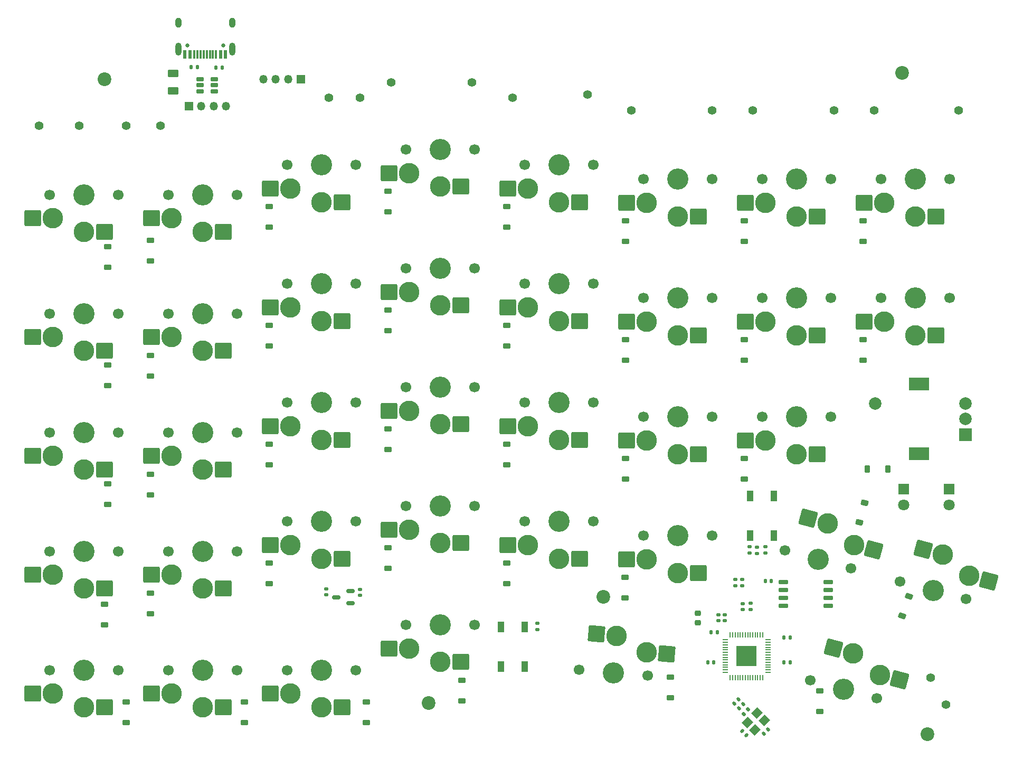
<source format=gbr>
%TF.GenerationSoftware,KiCad,Pcbnew,8.0.1-rc1*%
%TF.CreationDate,2024-04-23T13:15:56-05:00*%
%TF.ProjectId,ergomax_left,6572676f-6d61-4785-9f6c-6566742e6b69,rev?*%
%TF.SameCoordinates,Original*%
%TF.FileFunction,Soldermask,Bot*%
%TF.FilePolarity,Negative*%
%FSLAX46Y46*%
G04 Gerber Fmt 4.6, Leading zero omitted, Abs format (unit mm)*
G04 Created by KiCad (PCBNEW 8.0.1-rc1) date 2024-04-23 13:15:56*
%MOMM*%
%LPD*%
G01*
G04 APERTURE LIST*
G04 Aperture macros list*
%AMRoundRect*
0 Rectangle with rounded corners*
0 $1 Rounding radius*
0 $2 $3 $4 $5 $6 $7 $8 $9 X,Y pos of 4 corners*
0 Add a 4 corners polygon primitive as box body*
4,1,4,$2,$3,$4,$5,$6,$7,$8,$9,$2,$3,0*
0 Add four circle primitives for the rounded corners*
1,1,$1+$1,$2,$3*
1,1,$1+$1,$4,$5*
1,1,$1+$1,$6,$7*
1,1,$1+$1,$8,$9*
0 Add four rect primitives between the rounded corners*
20,1,$1+$1,$2,$3,$4,$5,0*
20,1,$1+$1,$4,$5,$6,$7,0*
20,1,$1+$1,$6,$7,$8,$9,0*
20,1,$1+$1,$8,$9,$2,$3,0*%
%AMRotRect*
0 Rectangle, with rotation*
0 The origin of the aperture is its center*
0 $1 length*
0 $2 width*
0 $3 Rotation angle, in degrees counterclockwise*
0 Add horizontal line*
21,1,$1,$2,0,0,$3*%
G04 Aperture macros list end*
%ADD10C,1.400000*%
%ADD11C,2.200000*%
%ADD12C,2.000000*%
%ADD13R,2.000000X2.000000*%
%ADD14R,3.200000X2.000000*%
%ADD15R,1.350000X1.350000*%
%ADD16O,1.350000X1.350000*%
%ADD17R,1.800000X1.800000*%
%ADD18C,1.800000*%
%ADD19C,1.700000*%
%ADD20C,3.400000*%
%ADD21RoundRect,0.260000X1.065000X1.040000X-1.065000X1.040000X-1.065000X-1.040000X1.065000X-1.040000X0*%
%ADD22C,3.300000*%
%ADD23RoundRect,0.135000X-0.185000X0.135000X-0.185000X-0.135000X0.185000X-0.135000X0.185000X0.135000X0*%
%ADD24RoundRect,0.225000X0.375000X-0.225000X0.375000X0.225000X-0.375000X0.225000X-0.375000X-0.225000X0*%
%ADD25C,0.650000*%
%ADD26R,0.600000X1.450000*%
%ADD27R,0.300000X1.450000*%
%ADD28O,1.000000X2.100000*%
%ADD29O,1.000000X1.600000*%
%ADD30RoundRect,0.135000X0.135000X0.185000X-0.135000X0.185000X-0.135000X-0.185000X0.135000X-0.185000X0*%
%ADD31RoundRect,0.050000X0.387500X0.050000X-0.387500X0.050000X-0.387500X-0.050000X0.387500X-0.050000X0*%
%ADD32RoundRect,0.050000X0.050000X0.387500X-0.050000X0.387500X-0.050000X-0.387500X0.050000X-0.387500X0*%
%ADD33R,3.200000X3.200000*%
%ADD34RoundRect,0.260000X-1.297883X-0.728921X0.759539X-1.280205X1.297883X0.728921X-0.759539X1.280205X0*%
%ADD35RoundRect,0.140000X-0.170000X0.140000X-0.170000X-0.140000X0.170000X-0.140000X0.170000X0.140000X0*%
%ADD36R,1.000000X1.700000*%
%ADD37RoundRect,0.260000X-1.151589X-0.943222X0.970305X-1.128863X1.151589X0.943222X-0.970305X1.128863X0*%
%ADD38RoundRect,0.135000X-0.135000X-0.185000X0.135000X-0.185000X0.135000X0.185000X-0.135000X0.185000X0*%
%ADD39RoundRect,0.140000X0.170000X-0.140000X0.170000X0.140000X-0.170000X0.140000X-0.170000X-0.140000X0*%
%ADD40RoundRect,0.140000X0.140000X0.170000X-0.140000X0.170000X-0.140000X-0.170000X0.140000X-0.170000X0*%
%ADD41RoundRect,0.140000X0.021213X-0.219203X0.219203X-0.021213X-0.021213X0.219203X-0.219203X0.021213X0*%
%ADD42RoundRect,0.250000X-0.625000X0.375000X-0.625000X-0.375000X0.625000X-0.375000X0.625000X0.375000X0*%
%ADD43RoundRect,0.135000X0.185000X-0.135000X0.185000X0.135000X-0.185000X0.135000X-0.185000X-0.135000X0*%
%ADD44RoundRect,0.140000X0.219203X0.021213X0.021213X0.219203X-0.219203X-0.021213X-0.021213X-0.219203X0*%
%ADD45RoundRect,0.225000X-0.225000X-0.375000X0.225000X-0.375000X0.225000X0.375000X-0.225000X0.375000X0*%
%ADD46RoundRect,0.135000X0.035355X-0.226274X0.226274X-0.035355X-0.035355X0.226274X-0.226274X0.035355X0*%
%ADD47RoundRect,0.140000X-0.021213X0.219203X-0.219203X0.021213X0.021213X-0.219203X0.219203X-0.021213X0*%
%ADD48RoundRect,0.150000X0.475000X0.150000X-0.475000X0.150000X-0.475000X-0.150000X0.475000X-0.150000X0*%
%ADD49RoundRect,0.225000X-0.303988X0.314390X-0.420456X-0.120276X0.303988X-0.314390X0.420456X0.120276X0*%
%ADD50RoundRect,0.150000X0.512500X0.150000X-0.512500X0.150000X-0.512500X-0.150000X0.512500X-0.150000X0*%
%ADD51RoundRect,0.225000X0.250000X-0.225000X0.250000X0.225000X-0.250000X0.225000X-0.250000X-0.225000X0*%
%ADD52RotRect,1.400000X1.200000X45.000000*%
%ADD53RoundRect,0.140000X-0.140000X-0.170000X0.140000X-0.170000X0.140000X0.170000X-0.140000X0.170000X0*%
%ADD54RoundRect,0.150000X0.650000X0.150000X-0.650000X0.150000X-0.650000X-0.150000X0.650000X-0.150000X0*%
%ADD55RoundRect,0.225000X0.275430X-0.339688X0.429339X0.083173X-0.275430X0.339688X-0.429339X-0.083173X0*%
G04 APERTURE END LIST*
D10*
%TO.C,XC4*%
X99500000Y-35500000D03*
%TD*%
%TO.C,XC8*%
X177000000Y-40000000D03*
%TD*%
D11*
%TO.C,REF\u002A\u002A*%
X105500000Y-135000000D03*
%TD*%
D10*
%TO.C,XR8*%
X190500000Y-40000000D03*
%TD*%
%TO.C,XC9*%
X188500000Y-135250000D03*
%TD*%
%TO.C,XR2*%
X62500000Y-42500000D03*
%TD*%
%TO.C,XC3*%
X89500000Y-38000000D03*
%TD*%
%TO.C,XC5*%
X119000000Y-38000000D03*
%TD*%
%TO.C,XR4*%
X112500000Y-35500000D03*
%TD*%
%TO.C,XR3*%
X94500000Y-38000000D03*
%TD*%
%TO.C,XR7*%
X170500000Y-40000000D03*
%TD*%
D11*
%TO.C,REF\u002A\u002A*%
X181500000Y-34000000D03*
%TD*%
%TO.C,REF\u002A\u002A*%
X185500000Y-140000000D03*
%TD*%
D10*
%TO.C,XC1*%
X43000000Y-42446388D03*
%TD*%
%TO.C,XC2*%
X57000000Y-42500000D03*
%TD*%
%TO.C,XC7*%
X157500000Y-40000000D03*
%TD*%
D12*
%TO.C,RE1*%
X191649997Y-87000011D03*
D13*
X191649997Y-92000014D03*
D12*
X191649997Y-89500018D03*
D14*
X184149997Y-95100014D03*
X184149995Y-83900009D03*
D12*
X177149994Y-87000018D03*
%TD*%
D15*
%TO.C,J2*%
X67043765Y-39318552D03*
D16*
X69043765Y-39318552D03*
X71043765Y-39318552D03*
X73043765Y-39318552D03*
%TD*%
D11*
%TO.C,REF\u002A\u002A*%
X53500000Y-35000000D03*
%TD*%
D10*
%TO.C,XC6*%
X138000000Y-40000000D03*
%TD*%
D11*
%TO.C,REF\u002A\u002A*%
X133500000Y-118000000D03*
%TD*%
D10*
%TO.C,XR5*%
X131000000Y-37500000D03*
%TD*%
%TO.C,XR1*%
X49500000Y-42500000D03*
%TD*%
%TO.C,XR6*%
X151000000Y-40000000D03*
%TD*%
D17*
%TO.C,LED2*%
X189000003Y-100724996D03*
D18*
X189000003Y-103264997D03*
%TD*%
D10*
%TO.C,XR9*%
X186000000Y-131000000D03*
%TD*%
D17*
%TO.C,LED1*%
X181750002Y-100724999D03*
D18*
X181750001Y-103264997D03*
%TD*%
D19*
%TO.C,SW14*%
X189095000Y-70123500D03*
D20*
X183595000Y-70123500D03*
D19*
X178095000Y-70123500D03*
D21*
X186840000Y-76073500D03*
D22*
X183595000Y-76073500D03*
X178595000Y-73873500D03*
D21*
X175350000Y-73873500D03*
%TD*%
D23*
%TO.C,R4*%
X157000000Y-109990000D03*
X157000000Y-111010000D03*
%TD*%
D19*
%TO.C,SW15*%
X55745000Y-72600000D03*
D20*
X50245000Y-72600000D03*
D19*
X44745000Y-72600000D03*
D22*
X45245000Y-76350000D03*
D21*
X42000000Y-76350000D03*
X53490000Y-78550000D03*
D22*
X50245000Y-78550000D03*
%TD*%
D24*
%TO.C,D20*%
X137100003Y-99162500D03*
X137100003Y-95862500D03*
%TD*%
D19*
%TO.C,SW29*%
X74795000Y-110700000D03*
D20*
X69295000Y-110700000D03*
D19*
X63795000Y-110700000D03*
D21*
X72540000Y-116650000D03*
D22*
X69295000Y-116650000D03*
X64295000Y-114450000D03*
D21*
X61050000Y-114450000D03*
%TD*%
D19*
%TO.C,SW33*%
X55745000Y-129750000D03*
D20*
X50245000Y-129750000D03*
D19*
X44745000Y-129750000D03*
D21*
X53490000Y-135700000D03*
D22*
X50245000Y-135700000D03*
X45245000Y-133500000D03*
D21*
X42000000Y-133500000D03*
%TD*%
D25*
%TO.C,J1*%
X66790002Y-29649998D03*
X72570000Y-29649995D03*
D26*
X66429999Y-31095000D03*
X67230000Y-31094998D03*
D27*
X68430002Y-31094996D03*
X69430002Y-31094997D03*
X69930001Y-31094999D03*
X70930001Y-31094995D03*
D26*
X72130000Y-31094998D03*
X72930002Y-31094998D03*
X72930002Y-31094998D03*
X72130000Y-31094998D03*
D27*
X71429998Y-31094998D03*
X70430003Y-31094996D03*
X68930000Y-31094998D03*
X67929999Y-31094999D03*
D26*
X67230000Y-31094998D03*
X66429999Y-31095000D03*
D28*
X65359999Y-30179999D03*
D29*
X65360000Y-25999998D03*
D28*
X74000000Y-30179998D03*
D29*
X74000002Y-25999998D03*
%TD*%
D19*
%TO.C,SW10*%
X93845000Y-67837499D03*
D20*
X88345000Y-67837499D03*
D19*
X82845000Y-67837499D03*
D21*
X91590000Y-73787499D03*
D22*
X88345000Y-73787499D03*
X83345000Y-71587499D03*
D21*
X80100000Y-71587499D03*
%TD*%
D19*
%TO.C,SW27*%
X150995000Y-108223500D03*
D20*
X145495000Y-108223500D03*
D19*
X139995000Y-108223500D03*
D21*
X148740000Y-114173500D03*
D22*
X145495000Y-114173500D03*
X140495000Y-111973500D03*
D21*
X137250000Y-111973500D03*
%TD*%
D24*
%TO.C,D12*%
X137100003Y-80112500D03*
X137100003Y-76812500D03*
%TD*%
%TO.C,D15*%
X54000000Y-84150000D03*
X54000000Y-80850000D03*
%TD*%
D30*
%TO.C,R1*%
X68435685Y-33114561D03*
X67415685Y-33114561D03*
%TD*%
D19*
%TO.C,SW8*%
X74795000Y-53549999D03*
D20*
X69295000Y-53549999D03*
D19*
X63795000Y-53549999D03*
D21*
X72540000Y-59499999D03*
D22*
X69295000Y-59499999D03*
X64295000Y-57299999D03*
D21*
X61050000Y-57299999D03*
%TD*%
D19*
%TO.C,SW2*%
X93845000Y-48787499D03*
D20*
X88345000Y-48787499D03*
D19*
X82845000Y-48787499D03*
D21*
X91590000Y-54737499D03*
D22*
X88345000Y-54737499D03*
X83345000Y-52537499D03*
D21*
X80100000Y-52537499D03*
%TD*%
D19*
%TO.C,SW35*%
X93845000Y-129750000D03*
D20*
X88345000Y-129750000D03*
D19*
X82845000Y-129750000D03*
D21*
X91590000Y-135700000D03*
D22*
X88345000Y-135700000D03*
X83345000Y-133500000D03*
D21*
X80100000Y-133500000D03*
%TD*%
D31*
%TO.C,U3*%
X159937500Y-124900000D03*
X159937500Y-125300000D03*
X159937500Y-125700000D03*
X159937500Y-126100000D03*
X159937500Y-126500000D03*
X159937500Y-126900000D03*
X159937500Y-127300000D03*
X159937500Y-127700000D03*
X159937500Y-128100000D03*
X159937500Y-128500000D03*
X159937500Y-128900000D03*
X159937500Y-129300000D03*
X159937500Y-129700000D03*
X159937500Y-130100000D03*
D32*
X159100000Y-130937500D03*
X158700000Y-130937500D03*
X158300000Y-130937500D03*
X157900000Y-130937500D03*
X157500000Y-130937500D03*
X157100000Y-130937500D03*
X156700000Y-130937500D03*
X156300000Y-130937500D03*
X155900000Y-130937500D03*
X155500000Y-130937500D03*
X155100000Y-130937500D03*
X154700000Y-130937500D03*
X154300000Y-130937500D03*
X153900000Y-130937500D03*
D31*
X153062500Y-130100000D03*
X153062500Y-129700000D03*
X153062500Y-129300000D03*
X153062500Y-128900000D03*
X153062500Y-128500000D03*
X153062500Y-128100000D03*
X153062500Y-127700000D03*
X153062500Y-127300000D03*
X153062500Y-126900000D03*
X153062500Y-126500000D03*
X153062500Y-126100000D03*
X153062500Y-125700000D03*
X153062500Y-125300000D03*
X153062500Y-124900000D03*
D32*
X153900000Y-124062500D03*
X154300000Y-124062500D03*
X154700000Y-124062500D03*
X155100000Y-124062500D03*
X155500000Y-124062500D03*
X155900000Y-124062500D03*
X156300000Y-124062500D03*
X156700000Y-124062500D03*
X157100000Y-124062500D03*
X157500000Y-124062500D03*
X157900000Y-124062500D03*
X158300000Y-124062500D03*
X158700000Y-124062500D03*
X159100000Y-124062500D03*
D33*
X156500000Y-127500000D03*
%TD*%
D24*
%TO.C,D21*%
X156150003Y-99162500D03*
X156150003Y-95862500D03*
%TD*%
%TO.C,D29*%
X60900003Y-120689000D03*
X60900003Y-117389000D03*
%TD*%
%TO.C,D24*%
X99000003Y-113450000D03*
X99000003Y-110150000D03*
%TD*%
D19*
%TO.C,SW31*%
X181124374Y-115534220D03*
D20*
X186436966Y-116957725D03*
D19*
X191749558Y-118381230D03*
D34*
X184842510Y-110370599D03*
D22*
X187976939Y-111210466D03*
X192237167Y-114629598D03*
D34*
X195371596Y-115469466D03*
%TD*%
D19*
%TO.C,SW11*%
X131945000Y-67837499D03*
D20*
X126445000Y-67837499D03*
D19*
X120945000Y-67837499D03*
D21*
X129690000Y-73787499D03*
D22*
X126445000Y-73787499D03*
X121445000Y-71587499D03*
D21*
X118200000Y-71587499D03*
%TD*%
D19*
%TO.C,SW5*%
X170045000Y-51073500D03*
D20*
X164545000Y-51073500D03*
D19*
X159045000Y-51073500D03*
D21*
X167790000Y-57023500D03*
D22*
X164545000Y-57023500D03*
X159545000Y-54823500D03*
D21*
X156300000Y-54823500D03*
%TD*%
D24*
%TO.C,D34*%
X75999999Y-138150000D03*
X76000001Y-134850000D03*
%TD*%
D19*
%TO.C,SW6*%
X189095000Y-51073500D03*
D20*
X183595000Y-51073500D03*
D19*
X178095000Y-51073500D03*
D21*
X186840000Y-57023500D03*
D22*
X183595000Y-57023500D03*
X178595000Y-54823500D03*
D21*
X175350000Y-54823500D03*
%TD*%
D24*
%TO.C,D16*%
X60900003Y-82589000D03*
X60900003Y-79289000D03*
%TD*%
D19*
%TO.C,SW16*%
X74795000Y-72600000D03*
D20*
X69295000Y-72600000D03*
D19*
X63795000Y-72600000D03*
D21*
X72540000Y-78550000D03*
D22*
X69295000Y-78550000D03*
X64295000Y-76350000D03*
D21*
X61050000Y-76350000D03*
%TD*%
D35*
%TO.C,C15*%
X157204713Y-119045815D03*
X157204711Y-120005813D03*
%TD*%
D36*
%TO.C,BOOT1*%
X157099993Y-101849995D03*
X157100004Y-108149995D03*
X160899996Y-101850005D03*
X160900007Y-108150005D03*
%TD*%
D24*
%TO.C,D27*%
X136999999Y-118212505D03*
X137000001Y-114912495D03*
%TD*%
D19*
%TO.C,SW36*%
X129658279Y-129678755D03*
D20*
X135137350Y-130158112D03*
D19*
X140616421Y-130637469D03*
D22*
X140445167Y-126858159D03*
D37*
X143677818Y-127140986D03*
X132423284Y-123947932D03*
D22*
X135655927Y-124230751D03*
%TD*%
D19*
%TO.C,SW28*%
X55745000Y-110700000D03*
D20*
X50245000Y-110700000D03*
D19*
X44745000Y-110700000D03*
D22*
X45245000Y-114450000D03*
D21*
X42000000Y-114450000D03*
X53490000Y-116650000D03*
D22*
X50245000Y-116650000D03*
%TD*%
D19*
%TO.C,SW21*%
X170045000Y-89173500D03*
D20*
X164545000Y-89173500D03*
D19*
X159045000Y-89173500D03*
D21*
X167790000Y-95123500D03*
D22*
X164545000Y-95123500D03*
X159545000Y-92923500D03*
D21*
X156300000Y-92923500D03*
%TD*%
D24*
%TO.C,D17*%
X99000003Y-94400000D03*
X99000003Y-91100000D03*
%TD*%
D19*
%TO.C,SW34*%
X74795000Y-129750000D03*
D20*
X69295000Y-129750000D03*
D19*
X63795000Y-129750000D03*
D21*
X72540000Y-135700000D03*
D22*
X69295000Y-135700000D03*
X64295000Y-133500000D03*
D21*
X61050000Y-133500000D03*
%TD*%
D19*
%TO.C,SW38*%
X166752776Y-131404620D03*
D20*
X172065368Y-132828125D03*
D19*
X177377960Y-134251630D03*
D34*
X170470912Y-126240999D03*
D22*
X173605341Y-127080866D03*
X177865569Y-130499998D03*
D34*
X180999998Y-131339866D03*
%TD*%
D24*
%TO.C,D23*%
X60900003Y-101639000D03*
X60900003Y-98339000D03*
%TD*%
D19*
%TO.C,SW22*%
X55745000Y-91650000D03*
D20*
X50245000Y-91650000D03*
D19*
X44745000Y-91650000D03*
D22*
X45245000Y-95400000D03*
D21*
X42000000Y-95400000D03*
X53490000Y-97600000D03*
D22*
X50245000Y-97600000D03*
%TD*%
D38*
%TO.C,R2*%
X71429659Y-33144076D03*
X72449659Y-33144076D03*
%TD*%
D19*
%TO.C,SW3*%
X131945000Y-48787499D03*
D20*
X126445000Y-48787499D03*
D19*
X120945000Y-48787499D03*
D21*
X129690000Y-54737499D03*
D22*
X126445000Y-54737499D03*
X121445000Y-52537499D03*
D21*
X118200000Y-52537499D03*
%TD*%
D39*
%TO.C,C11*%
X151999998Y-121856772D03*
X152000002Y-120896774D03*
%TD*%
D40*
%TO.C,C6*%
X151800000Y-123700000D03*
X150840000Y-123700000D03*
%TD*%
D24*
%TO.C,D26*%
X118050003Y-115926500D03*
X118050003Y-112626500D03*
%TD*%
D19*
%TO.C,SW1*%
X112895000Y-46311000D03*
D20*
X107395000Y-46311000D03*
D19*
X101895000Y-46311000D03*
D21*
X110640000Y-52261000D03*
D22*
X107395000Y-52261000D03*
X102395000Y-50061000D03*
D21*
X99150000Y-50061000D03*
%TD*%
D19*
%TO.C,SW30*%
X162647435Y-110576495D03*
D20*
X167960027Y-112000000D03*
D19*
X173272619Y-113423505D03*
D34*
X166365571Y-105412874D03*
D22*
X169500000Y-106252741D03*
X173760228Y-109671873D03*
D34*
X176894657Y-110511741D03*
%TD*%
D19*
%TO.C,SW23*%
X74795000Y-91650000D03*
D20*
X69295000Y-91650000D03*
D19*
X63795000Y-91650000D03*
D21*
X72540000Y-97600000D03*
D22*
X69295000Y-97600000D03*
X64295000Y-95400000D03*
D21*
X61050000Y-95400000D03*
%TD*%
D39*
%TO.C,C2*%
X94507448Y-117754044D03*
X94507452Y-116794046D03*
%TD*%
D19*
%TO.C,SW26*%
X131945000Y-105937500D03*
D20*
X126445000Y-105937500D03*
D19*
X120945000Y-105937500D03*
D21*
X129690000Y-111887500D03*
D22*
X126445000Y-111887500D03*
X121445000Y-109687500D03*
D21*
X118200000Y-109687500D03*
%TD*%
D24*
%TO.C,D2*%
X79950003Y-58776499D03*
X79950003Y-55476499D03*
%TD*%
D23*
%TO.C,R9*%
X154750000Y-115249108D03*
X154750000Y-116269108D03*
%TD*%
D41*
%TO.C,C3*%
X159260460Y-139954563D03*
X159939288Y-139275737D03*
%TD*%
D24*
%TO.C,D22*%
X54000000Y-103150000D03*
X54000000Y-99850000D03*
%TD*%
D23*
%TO.C,R8*%
X155814639Y-115249108D03*
X155814639Y-116269108D03*
%TD*%
D24*
%TO.C,D7*%
X54000000Y-65150000D03*
X54000000Y-61850000D03*
%TD*%
D23*
%TO.C,R6*%
X159500000Y-109990000D03*
X159500000Y-111010000D03*
%TD*%
D24*
%TO.C,D6*%
X175200003Y-61062500D03*
X175200003Y-57762500D03*
%TD*%
D42*
%TO.C,F1*%
X64500000Y-34100000D03*
X64500000Y-36900000D03*
%TD*%
D43*
%TO.C,R3*%
X123000000Y-123260000D03*
X123000000Y-122240000D03*
%TD*%
D24*
%TO.C,D1*%
X99000006Y-56300000D03*
X99000000Y-53000000D03*
%TD*%
D39*
%TO.C,C12*%
X155904660Y-120026598D03*
X155904664Y-119066600D03*
%TD*%
D24*
%TO.C,D14*%
X175200006Y-80112502D03*
X175200000Y-76812498D03*
%TD*%
D44*
%TO.C,C4*%
X156456357Y-140229537D03*
X155777527Y-139550699D03*
%TD*%
D24*
%TO.C,D38*%
X168249998Y-136400003D03*
X168250002Y-133099997D03*
%TD*%
D19*
%TO.C,SW32*%
X112895000Y-122511000D03*
D20*
X107395000Y-122511000D03*
D19*
X101895000Y-122511000D03*
D21*
X110640000Y-128461000D03*
D22*
X107395000Y-128461000D03*
X102395000Y-126261000D03*
D21*
X99150000Y-126261000D03*
%TD*%
D45*
%TO.C,D37*%
X175850000Y-97499998D03*
X179150000Y-97500002D03*
%TD*%
D24*
%TO.C,D35*%
X95499996Y-138150002D03*
X95500004Y-134849998D03*
%TD*%
%TO.C,D9*%
X99000003Y-75350000D03*
X99000003Y-72050000D03*
%TD*%
D40*
%TO.C,C7*%
X151230000Y-128498855D03*
X150270000Y-128498855D03*
%TD*%
D46*
%TO.C,R7*%
X156051773Y-136784244D03*
X156773025Y-136062996D03*
%TD*%
D47*
%TO.C,C10*%
X155960365Y-135160590D03*
X155281543Y-135839410D03*
%TD*%
D48*
%TO.C,U2*%
X71174999Y-35050001D03*
X71175000Y-36000000D03*
X71175001Y-36949999D03*
X68825001Y-36949999D03*
X68825000Y-36000000D03*
X68824999Y-35050001D03*
%TD*%
D49*
%TO.C,D30*%
X175427049Y-102906222D03*
X174572951Y-106093778D03*
%TD*%
D50*
%TO.C,U1*%
X93000000Y-117100000D03*
X93000000Y-119000000D03*
X90725000Y-118050000D03*
%TD*%
D24*
%TO.C,D32*%
X110838615Y-134642999D03*
X110838623Y-131342995D03*
%TD*%
%TO.C,D5*%
X156150003Y-61062500D03*
X156150003Y-57762500D03*
%TD*%
D19*
%TO.C,SW18*%
X93845000Y-86887500D03*
D20*
X88345000Y-86887500D03*
D19*
X82845000Y-86887500D03*
D21*
X91590000Y-92837500D03*
D22*
X88345000Y-92837500D03*
X83345000Y-90637500D03*
D21*
X80100000Y-90637500D03*
%TD*%
D24*
%TO.C,D25*%
X79950003Y-115926500D03*
X79950003Y-112626500D03*
%TD*%
%TO.C,D3*%
X118050003Y-58776499D03*
X118050003Y-55476499D03*
%TD*%
%TO.C,D8*%
X60900005Y-64149999D03*
X60900001Y-60850001D03*
%TD*%
D39*
%TO.C,C1*%
X89088994Y-117702682D03*
X89088996Y-116742684D03*
%TD*%
D19*
%TO.C,SW4*%
X150995000Y-51073500D03*
D20*
X145495000Y-51073500D03*
D19*
X139995000Y-51073500D03*
D21*
X148740000Y-57023500D03*
D22*
X145495000Y-57023500D03*
X140495000Y-54823500D03*
D21*
X137250000Y-54823500D03*
%TD*%
D24*
%TO.C,D28*%
X53500000Y-122500000D03*
X53500000Y-119200000D03*
%TD*%
D19*
%TO.C,SW25*%
X93845000Y-105937500D03*
D20*
X88345000Y-105937500D03*
D19*
X82845000Y-105937500D03*
D21*
X91590000Y-111887500D03*
D22*
X88345000Y-111887500D03*
X83345000Y-109687500D03*
D21*
X80100000Y-109687500D03*
%TD*%
D24*
%TO.C,D11*%
X118050003Y-77826499D03*
X118050003Y-74526499D03*
%TD*%
D39*
%TO.C,C14*%
X152999996Y-121856772D03*
X153000000Y-120896774D03*
%TD*%
D40*
%TO.C,C13*%
X160500000Y-115500000D03*
X159540002Y-115499998D03*
%TD*%
D19*
%TO.C,SW24*%
X112895000Y-103461000D03*
D20*
X107395000Y-103461000D03*
D19*
X101895000Y-103461000D03*
D21*
X110640000Y-109411000D03*
D22*
X107395000Y-109411000D03*
X102395000Y-107211000D03*
D21*
X99150000Y-107211000D03*
%TD*%
D51*
%TO.C,C5*%
X148702601Y-122151773D03*
X148702589Y-120601773D03*
%TD*%
D19*
%TO.C,SW13*%
X170045000Y-70123500D03*
D20*
X164545000Y-70123500D03*
D19*
X159045000Y-70123500D03*
D21*
X167790000Y-76073500D03*
D22*
X164545000Y-76073500D03*
X159545000Y-73873500D03*
D21*
X156300000Y-73873500D03*
%TD*%
D52*
%TO.C,Y1*%
X156621148Y-138176773D03*
X158176778Y-136621138D03*
X159378852Y-137823227D03*
X157823222Y-139378862D03*
%TD*%
D19*
%TO.C,SW17*%
X112895000Y-84411000D03*
D20*
X107395000Y-84411000D03*
D19*
X101895000Y-84411000D03*
D21*
X110640000Y-90361000D03*
D22*
X107395000Y-90361000D03*
X102395000Y-88161000D03*
D21*
X99150000Y-88161000D03*
%TD*%
D43*
%TO.C,R5*%
X158210551Y-111028770D03*
X158210551Y-110008770D03*
%TD*%
D24*
%TO.C,D19*%
X118050003Y-96876500D03*
X118050003Y-93576500D03*
%TD*%
D47*
%TO.C,C16*%
X155228191Y-134450188D03*
X154549369Y-135129008D03*
%TD*%
D19*
%TO.C,SW12*%
X150995000Y-70123500D03*
D20*
X145495000Y-70123500D03*
D19*
X139995000Y-70123500D03*
D21*
X148740000Y-76073500D03*
D22*
X145495000Y-76073500D03*
X140495000Y-73873500D03*
D21*
X137250000Y-73873500D03*
%TD*%
D36*
%TO.C,RST1*%
X117099996Y-122849998D03*
X117100004Y-129149999D03*
X120899996Y-122850001D03*
X120900004Y-129150002D03*
%TD*%
D24*
%TO.C,D36*%
X144253046Y-134150001D03*
X144253052Y-130849999D03*
%TD*%
D19*
%TO.C,SW9*%
X112895000Y-65361000D03*
D20*
X107395000Y-65361000D03*
D19*
X101895000Y-65361000D03*
D21*
X110640000Y-71311000D03*
D22*
X107395000Y-71311000D03*
X102395000Y-69111000D03*
D21*
X99150000Y-69111000D03*
%TD*%
D24*
%TO.C,D18*%
X79950003Y-96876500D03*
X79950003Y-93576500D03*
%TD*%
D16*
%TO.C,J4*%
X81000000Y-35000001D03*
X82999995Y-34999999D03*
D15*
X84999999Y-35000000D03*
D16*
X78999998Y-35000003D03*
%TD*%
D19*
%TO.C,SW19*%
X131945000Y-86887500D03*
D20*
X126445000Y-86887500D03*
D19*
X120945000Y-86887500D03*
D21*
X129690000Y-92837500D03*
D22*
X126445000Y-92837500D03*
X121445000Y-90637500D03*
D21*
X118200000Y-90637500D03*
%TD*%
D24*
%TO.C,D10*%
X79950003Y-77826499D03*
X79950003Y-74526499D03*
%TD*%
D53*
%TO.C,C8*%
X162520001Y-128499999D03*
X163479999Y-128500001D03*
%TD*%
D54*
%TO.C,U4*%
X169600000Y-115595000D03*
X169600000Y-116865000D03*
X169600000Y-118135000D03*
X169600000Y-119405000D03*
X162400000Y-119405000D03*
X162400000Y-118135000D03*
X162400000Y-116865000D03*
X162400000Y-115595000D03*
%TD*%
D24*
%TO.C,D4*%
X137100003Y-61062500D03*
X137100003Y-57762500D03*
%TD*%
D55*
%TO.C,D31*%
X181435367Y-121043608D03*
X182564029Y-117942616D03*
%TD*%
D24*
%TO.C,D33*%
X56999996Y-138150002D03*
X57000004Y-134849998D03*
%TD*%
D19*
%TO.C,SW7*%
X55745000Y-53549999D03*
D20*
X50245000Y-53549999D03*
D19*
X44745000Y-53549999D03*
D22*
X45245000Y-57299999D03*
D21*
X42000000Y-57299999D03*
X53490000Y-59499999D03*
D22*
X50245000Y-59499999D03*
%TD*%
D53*
%TO.C,C9*%
X162520001Y-124499999D03*
X163479999Y-124500001D03*
%TD*%
D24*
%TO.C,D13*%
X156150003Y-80112500D03*
X156150003Y-76812500D03*
%TD*%
D19*
%TO.C,SW20*%
X150995000Y-89173500D03*
D20*
X145495000Y-89173500D03*
D19*
X139995000Y-89173500D03*
D21*
X148740000Y-95123500D03*
D22*
X145495000Y-95123500D03*
X140495000Y-92923500D03*
D21*
X137250000Y-92923500D03*
%TD*%
M02*

</source>
